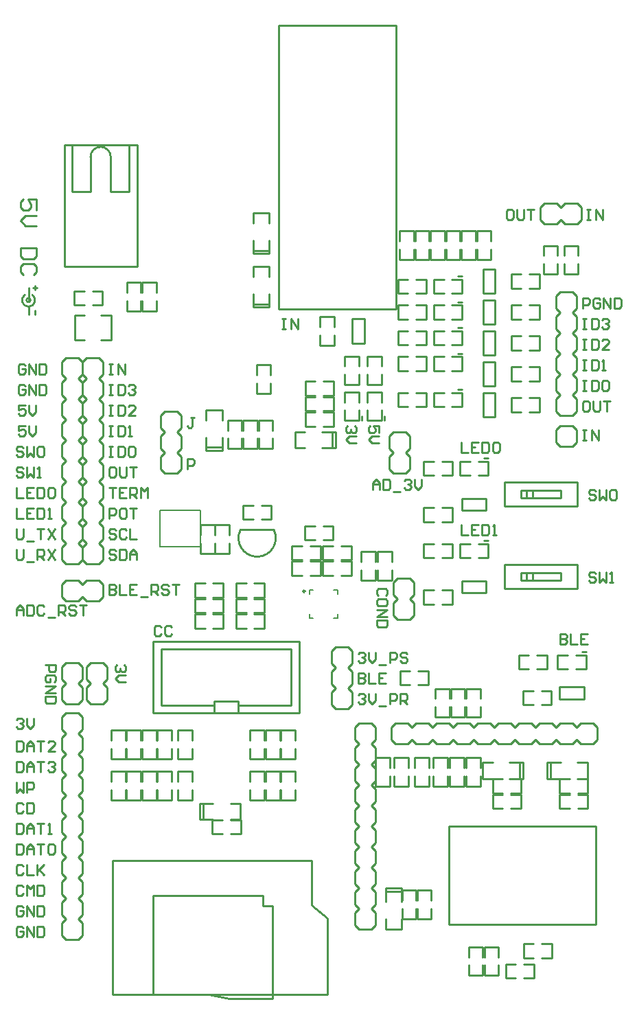
<source format=gto>
G04 Layer_Color=65535*
%FSLAX23Y23*%
%MOIN*%
G70*
G01*
G75*
%ADD39C,0.010*%
%ADD51C,0.010*%
%ADD52C,0.006*%
%ADD53C,0.008*%
D39*
X290Y4124D02*
G03*
X241Y4075I0J-49D01*
G01*
X339D02*
G03*
X290Y4124I-49J0D01*
G01*
X969Y2265D02*
G03*
X1131Y2265I81J-40D01*
G01*
X-50Y3380D02*
G03*
X-50Y3380I-10J0D01*
G01*
X-78Y3406D02*
G03*
X-42Y3406I18J-26D01*
G01*
X241Y3908D02*
Y4075D01*
X339Y3908D02*
Y4075D01*
X113Y3544D02*
Y4134D01*
Y3544D02*
X467D01*
Y4134D01*
X113D02*
X467D01*
X339Y3908D02*
X428D01*
Y4134D01*
X152Y3908D02*
Y4134D01*
Y3908D02*
X241D01*
X546Y1377D02*
X1254D01*
Y1723D01*
X546D02*
X1254D01*
X546Y1377D02*
Y1723D01*
X841Y1377D02*
Y1432D01*
X959D01*
Y1377D02*
Y1432D01*
X585Y1412D02*
X841D01*
X585D02*
Y1688D01*
X1215D01*
Y1412D02*
Y1688D01*
X959Y1412D02*
X1215D01*
X1156Y3336D02*
X1723D01*
Y4714D01*
X1156D02*
X1723D01*
X1156Y3336D02*
Y4714D01*
X680Y2560D02*
Y2620D01*
X580Y2560D02*
X600Y2540D01*
X580Y2560D02*
Y2620D01*
X600Y2640D01*
X660D02*
X680Y2620D01*
X660Y2540D02*
X680Y2560D01*
X600Y2540D02*
X660D01*
X680Y2660D02*
Y2720D01*
X580Y2660D02*
X600Y2640D01*
X580Y2660D02*
Y2720D01*
X600Y2740D01*
X660D02*
X680Y2720D01*
X660Y2640D02*
X680Y2660D01*
Y2760D02*
Y2820D01*
X580Y2760D02*
X600Y2740D01*
X580Y2760D02*
Y2820D01*
X600Y2840D01*
X660D01*
X680Y2820D01*
X660Y2740D02*
X680Y2760D01*
X1790Y2560D02*
Y2620D01*
X1690Y2560D02*
X1710Y2540D01*
X1690Y2560D02*
Y2620D01*
X1710Y2640D01*
X1770D02*
X1790Y2620D01*
X1770Y2540D02*
X1790Y2560D01*
X1710Y2540D02*
X1770D01*
X1790Y2660D02*
Y2720D01*
X1690Y2660D02*
X1710Y2640D01*
X1690Y2660D02*
Y2720D01*
X1710Y2740D01*
X1770D01*
X1790Y2720D01*
X1770Y2640D02*
X1790Y2660D01*
X320Y1440D02*
Y1500D01*
X220Y1440D02*
X240Y1420D01*
X220Y1440D02*
Y1500D01*
X240Y1520D01*
X300D02*
X320Y1500D01*
X300Y1420D02*
X320Y1440D01*
X240Y1420D02*
X300D01*
X320Y1540D02*
Y1600D01*
X220Y1540D02*
X240Y1520D01*
X220Y1540D02*
Y1600D01*
X240Y1620D01*
X300D01*
X320Y1600D01*
X300Y1520D02*
X320Y1540D01*
X100D02*
Y1600D01*
X180Y1620D02*
X200Y1600D01*
Y1540D02*
Y1600D01*
X180Y1520D02*
X200Y1540D01*
X100D02*
X120Y1520D01*
X100Y1600D02*
X120Y1620D01*
X180D01*
X100Y1440D02*
Y1500D01*
X180Y1520D02*
X200Y1500D01*
Y1440D02*
Y1500D01*
X180Y1420D02*
X200Y1440D01*
X120Y1420D02*
X180D01*
X100Y1440D02*
X120Y1420D01*
X100Y1500D02*
X120Y1520D01*
X1510Y1418D02*
Y1478D01*
X1410Y1418D02*
X1430Y1398D01*
X1410Y1418D02*
Y1478D01*
X1430Y1498D01*
X1490D02*
X1510Y1478D01*
X1490Y1398D02*
X1510Y1418D01*
X1430Y1398D02*
X1490D01*
X1510Y1518D02*
Y1578D01*
X1410Y1518D02*
X1430Y1498D01*
X1410Y1518D02*
Y1578D01*
X1430Y1598D01*
X1490D02*
X1510Y1578D01*
X1490Y1498D02*
X1510Y1518D01*
Y1618D02*
Y1678D01*
X1410Y1618D02*
X1430Y1598D01*
X1410Y1618D02*
Y1678D01*
X1430Y1698D01*
X1490D01*
X1510Y1678D01*
X1490Y1598D02*
X1510Y1618D01*
X180Y375D02*
X200Y395D01*
X180Y475D02*
X200Y455D01*
X100D02*
X120Y475D01*
X100Y395D02*
Y455D01*
Y395D02*
X120Y375D01*
X200Y395D02*
Y455D01*
X180Y475D02*
X200Y495D01*
X180Y575D02*
X200Y555D01*
X100D02*
X120Y575D01*
X100Y495D02*
Y555D01*
Y495D02*
X120Y475D01*
X200Y495D02*
Y555D01*
X180Y575D02*
X200Y595D01*
X180Y675D02*
X200Y655D01*
X100D02*
X120Y675D01*
X100Y595D02*
Y655D01*
Y595D02*
X120Y575D01*
X200Y595D02*
Y655D01*
X180Y675D02*
X200Y695D01*
X180Y775D02*
X200Y755D01*
X100D02*
X120Y775D01*
X100Y695D02*
Y755D01*
Y695D02*
X120Y675D01*
X200Y695D02*
Y755D01*
X180Y775D02*
X200Y795D01*
X180Y875D02*
X200Y855D01*
X100D02*
X120Y875D01*
X100Y795D02*
Y855D01*
Y795D02*
X120Y775D01*
X200Y795D02*
Y855D01*
X180Y875D02*
X200Y895D01*
X180Y975D02*
X200Y955D01*
X100D02*
X120Y975D01*
X100Y895D02*
Y955D01*
Y895D02*
X120Y875D01*
X200Y895D02*
Y955D01*
X180Y975D02*
X200Y995D01*
X180Y1075D02*
X200Y1055D01*
X100D02*
X120Y1075D01*
X100Y995D02*
Y1055D01*
Y995D02*
X120Y975D01*
X200Y995D02*
Y1055D01*
X180Y1075D02*
X200Y1095D01*
X180Y1175D02*
X200Y1155D01*
X100D02*
X120Y1175D01*
X100Y1095D02*
Y1155D01*
Y1095D02*
X120Y1075D01*
X200Y1095D02*
Y1155D01*
X180Y1175D02*
X200Y1195D01*
X180Y1275D02*
X200Y1255D01*
X100D02*
X120Y1275D01*
X100Y1195D02*
Y1255D01*
Y1195D02*
X120Y1175D01*
X200Y1195D02*
Y1255D01*
X180Y1275D02*
X200Y1295D01*
X180Y1375D02*
X200Y1355D01*
X120Y1375D02*
X180D01*
X100Y1355D02*
X120Y1375D01*
X100Y1295D02*
Y1355D01*
Y1295D02*
X120Y1275D01*
X200Y1295D02*
Y1355D01*
Y295D02*
Y355D01*
X100Y295D02*
X120Y275D01*
X100Y295D02*
Y355D01*
X120Y375D01*
X180D02*
X200Y355D01*
X180Y275D02*
X200Y295D01*
X120Y275D02*
X180D01*
X2521Y3421D02*
X2581D01*
X2501Y3401D02*
X2521Y3421D01*
X2501Y3341D02*
X2521Y3321D01*
X2581D02*
X2601Y3341D01*
Y3401D01*
X2581Y3421D02*
X2601Y3401D01*
X2501Y3341D02*
Y3401D01*
Y3301D02*
X2521Y3321D01*
X2501Y3241D02*
X2521Y3221D01*
X2581D02*
X2601Y3241D01*
Y3301D01*
X2581Y3321D02*
X2601Y3301D01*
X2501Y3241D02*
Y3301D01*
Y3201D02*
X2521Y3221D01*
X2501Y3141D02*
X2521Y3121D01*
X2581D02*
X2601Y3141D01*
Y3201D01*
X2581Y3221D02*
X2601Y3201D01*
X2501Y3141D02*
Y3201D01*
Y3101D02*
X2521Y3121D01*
X2501Y3041D02*
X2521Y3021D01*
X2581D02*
X2601Y3041D01*
Y3101D01*
X2581Y3121D02*
X2601Y3101D01*
X2501Y3041D02*
Y3101D01*
Y3001D02*
X2521Y3021D01*
X2501Y2941D02*
X2521Y2921D01*
X2581D02*
X2601Y2941D01*
Y3001D01*
X2581Y3021D02*
X2601Y3001D01*
X2501Y2941D02*
Y3001D01*
Y2901D02*
X2521Y2921D01*
X2501Y2841D02*
X2521Y2821D01*
X2581D01*
X2601Y2841D01*
Y2901D01*
X2581Y2921D02*
X2601Y2901D01*
X2501Y2841D02*
Y2901D01*
X100Y2120D02*
Y2180D01*
X180Y2200D02*
X200Y2180D01*
Y2120D02*
Y2180D01*
X180Y2100D02*
X200Y2120D01*
X120Y2100D02*
X180D01*
X100Y2120D02*
X120Y2100D01*
X100Y2180D02*
X120Y2200D01*
X100Y2220D02*
Y2280D01*
X180Y2300D02*
X200Y2280D01*
Y2220D02*
Y2280D01*
X180Y2200D02*
X200Y2220D01*
X100D02*
X120Y2200D01*
X100Y2280D02*
X120Y2300D01*
X100Y2320D02*
Y2380D01*
X180Y2400D02*
X200Y2380D01*
Y2320D02*
Y2380D01*
X180Y2300D02*
X200Y2320D01*
X100D02*
X120Y2300D01*
X100Y2380D02*
X120Y2400D01*
X100Y2420D02*
Y2480D01*
X180Y2500D02*
X200Y2480D01*
Y2420D02*
Y2480D01*
X180Y2400D02*
X200Y2420D01*
X100D02*
X120Y2400D01*
X100Y2480D02*
X120Y2500D01*
X100Y2520D02*
Y2580D01*
X180Y2600D02*
X200Y2580D01*
Y2520D02*
Y2580D01*
X180Y2500D02*
X200Y2520D01*
X100D02*
X120Y2500D01*
X100Y2580D02*
X120Y2600D01*
X100Y2620D02*
Y2680D01*
X180Y2700D02*
X200Y2680D01*
Y2620D02*
Y2680D01*
X180Y2600D02*
X200Y2620D01*
X100D02*
X120Y2600D01*
X100Y2680D02*
X120Y2700D01*
X100Y2720D02*
Y2780D01*
X180Y2800D02*
X200Y2780D01*
Y2720D02*
Y2780D01*
X180Y2700D02*
X200Y2720D01*
X100D02*
X120Y2700D01*
X100Y2780D02*
X120Y2800D01*
X100Y2820D02*
Y2880D01*
X180Y2900D02*
X200Y2880D01*
Y2820D02*
Y2880D01*
X180Y2800D02*
X200Y2820D01*
X100D02*
X120Y2800D01*
X100Y2880D02*
X120Y2900D01*
X100Y2920D02*
Y2980D01*
X180Y3000D02*
X200Y2980D01*
Y2920D02*
Y2980D01*
X180Y2900D02*
X200Y2920D01*
X100D02*
X120Y2900D01*
X100Y2980D02*
X120Y3000D01*
X100Y3020D02*
Y3080D01*
X180Y3100D02*
X200Y3080D01*
Y3020D02*
Y3080D01*
X180Y3000D02*
X200Y3020D01*
X100D02*
X120Y3000D01*
X100Y3080D02*
X120Y3100D01*
X180D01*
X200Y2120D02*
Y2180D01*
X280Y2200D02*
X300Y2180D01*
Y2120D02*
Y2180D01*
X280Y2100D02*
X300Y2120D01*
X220Y2100D02*
X280D01*
X200Y2120D02*
X220Y2100D01*
X200Y2180D02*
X220Y2200D01*
X200Y2220D02*
Y2280D01*
X280Y2300D02*
X300Y2280D01*
Y2220D02*
Y2280D01*
X280Y2200D02*
X300Y2220D01*
X200D02*
X220Y2200D01*
X200Y2280D02*
X220Y2300D01*
X200Y2320D02*
Y2380D01*
X280Y2400D02*
X300Y2380D01*
Y2320D02*
Y2380D01*
X280Y2300D02*
X300Y2320D01*
X200D02*
X220Y2300D01*
X200Y2380D02*
X220Y2400D01*
X200Y2420D02*
Y2480D01*
X280Y2500D02*
X300Y2480D01*
Y2420D02*
Y2480D01*
X280Y2400D02*
X300Y2420D01*
X200D02*
X220Y2400D01*
X200Y2480D02*
X220Y2500D01*
X200Y2520D02*
Y2580D01*
X280Y2600D02*
X300Y2580D01*
Y2520D02*
Y2580D01*
X280Y2500D02*
X300Y2520D01*
X200D02*
X220Y2500D01*
X200Y2580D02*
X220Y2600D01*
X200Y2620D02*
Y2680D01*
X280Y2700D02*
X300Y2680D01*
Y2620D02*
Y2680D01*
X280Y2600D02*
X300Y2620D01*
X200D02*
X220Y2600D01*
X200Y2680D02*
X220Y2700D01*
X200Y2720D02*
Y2780D01*
X280Y2800D02*
X300Y2780D01*
Y2720D02*
Y2780D01*
X280Y2700D02*
X300Y2720D01*
X200D02*
X220Y2700D01*
X200Y2780D02*
X220Y2800D01*
X200Y2820D02*
Y2880D01*
X280Y2900D02*
X300Y2880D01*
Y2820D02*
Y2880D01*
X280Y2800D02*
X300Y2820D01*
X200D02*
X220Y2800D01*
X200Y2880D02*
X220Y2900D01*
X200Y2920D02*
Y2980D01*
X280Y3000D02*
X300Y2980D01*
Y2920D02*
Y2980D01*
X280Y2900D02*
X300Y2920D01*
X200D02*
X220Y2900D01*
X200Y2980D02*
X220Y3000D01*
X200Y3020D02*
Y3080D01*
X280Y3100D02*
X300Y3080D01*
Y3020D02*
Y3080D01*
X280Y3000D02*
X300Y3020D01*
X200D02*
X220Y3000D01*
X200Y3080D02*
X220Y3100D01*
X280D01*
X1625Y1245D02*
Y1305D01*
X1525Y1245D02*
X1545Y1225D01*
X1525Y1245D02*
Y1305D01*
X1545Y1325D01*
X1605D01*
X1625Y1305D01*
X1605Y1225D02*
X1625Y1245D01*
Y1145D02*
Y1205D01*
X1525Y1145D02*
X1545Y1125D01*
X1525Y1145D02*
Y1205D01*
X1545Y1225D01*
X1605D02*
X1625Y1205D01*
X1605Y1125D02*
X1625Y1145D01*
Y1045D02*
Y1105D01*
X1525Y1045D02*
X1545Y1025D01*
X1525Y1045D02*
Y1105D01*
X1545Y1125D01*
X1605D02*
X1625Y1105D01*
X1605Y1025D02*
X1625Y1045D01*
Y945D02*
Y1005D01*
X1525Y945D02*
X1545Y925D01*
X1525Y945D02*
Y1005D01*
X1545Y1025D01*
X1605D02*
X1625Y1005D01*
X1605Y925D02*
X1625Y945D01*
Y845D02*
Y905D01*
X1525Y845D02*
X1545Y825D01*
X1525Y845D02*
Y905D01*
X1545Y925D01*
X1605D02*
X1625Y905D01*
X1605Y825D02*
X1625Y845D01*
Y745D02*
Y805D01*
X1525Y745D02*
X1545Y725D01*
X1525Y745D02*
Y805D01*
X1545Y825D01*
X1605D02*
X1625Y805D01*
X1605Y725D02*
X1625Y745D01*
Y645D02*
Y705D01*
X1525Y645D02*
X1545Y625D01*
X1525Y645D02*
Y705D01*
X1545Y725D01*
X1605D02*
X1625Y705D01*
X1605Y625D02*
X1625Y645D01*
Y545D02*
Y605D01*
X1525Y545D02*
X1545Y525D01*
X1525Y545D02*
Y605D01*
X1545Y625D01*
X1605D02*
X1625Y605D01*
X1605Y525D02*
X1625Y545D01*
Y445D02*
Y505D01*
X1525Y445D02*
X1545Y425D01*
X1525Y445D02*
Y505D01*
X1545Y525D01*
X1605D02*
X1625Y505D01*
X1605Y425D02*
X1625Y445D01*
Y345D02*
Y405D01*
X1525Y345D02*
X1545Y325D01*
X1525Y345D02*
Y405D01*
X1545Y425D01*
X1605D02*
X1625Y405D01*
X1605Y325D02*
X1625Y345D01*
X1545Y325D02*
X1605D01*
X2620Y1225D02*
X2680D01*
X2600Y1305D02*
X2620Y1325D01*
X2680D01*
X2700Y1305D01*
Y1245D02*
Y1305D01*
X2680Y1225D02*
X2700Y1245D01*
X2600D02*
X2620Y1225D01*
X2520D02*
X2580D01*
X2500Y1305D02*
X2520Y1325D01*
X2580D01*
X2600Y1305D01*
X2580Y1225D02*
X2600Y1245D01*
X2500D02*
X2520Y1225D01*
X2420D02*
X2480D01*
X2400Y1305D02*
X2420Y1325D01*
X2480D01*
X2500Y1305D01*
X2480Y1225D02*
X2500Y1245D01*
X2400D02*
X2420Y1225D01*
X2320D02*
X2380D01*
X2300Y1305D02*
X2320Y1325D01*
X2380D01*
X2400Y1305D01*
X2380Y1225D02*
X2400Y1245D01*
X2300D02*
X2320Y1225D01*
X2220D02*
X2280D01*
X2200Y1305D02*
X2220Y1325D01*
X2280D01*
X2300Y1305D01*
X2280Y1225D02*
X2300Y1245D01*
X2200D02*
X2220Y1225D01*
X2120D02*
X2180D01*
X2100Y1305D02*
X2120Y1325D01*
X2180D01*
X2200Y1305D01*
X2180Y1225D02*
X2200Y1245D01*
X2100D02*
X2120Y1225D01*
X2020D02*
X2080D01*
X2000Y1305D02*
X2020Y1325D01*
X2080D01*
X2100Y1305D01*
X2080Y1225D02*
X2100Y1245D01*
X2000D02*
X2020Y1225D01*
X1920D02*
X1980D01*
X1900Y1305D02*
X1920Y1325D01*
X1980D01*
X2000Y1305D01*
X1980Y1225D02*
X2000Y1245D01*
X1900D02*
X1920Y1225D01*
X1820D02*
X1880D01*
X1800Y1305D02*
X1820Y1325D01*
X1880D01*
X1900Y1305D01*
X1880Y1225D02*
X1900Y1245D01*
X1800D02*
X1820Y1225D01*
X1720D02*
X1780D01*
X1700Y1305D02*
X1720Y1325D01*
X1780D01*
X1800Y1305D01*
X1780Y1225D02*
X1800Y1245D01*
X1700D02*
X1720Y1225D01*
X1700Y1245D02*
Y1305D01*
X2521Y2771D02*
X2581D01*
X2501Y2751D02*
X2521Y2771D01*
X2501Y2691D02*
X2521Y2671D01*
X2581D01*
X2601Y2691D01*
Y2751D01*
X2581Y2771D02*
X2601Y2751D01*
X2501Y2691D02*
Y2751D01*
X347Y11D02*
Y661D01*
Y11D02*
X1391D01*
Y379D01*
X1316Y444D02*
X1391Y379D01*
X1316Y444D02*
Y661D01*
X347D02*
X1316D01*
X970Y2265D02*
X1130D01*
X981Y2316D02*
X1030D01*
X981D02*
Y2384D01*
X1030D01*
X1119Y2316D02*
Y2384D01*
X1070Y2316D02*
X1119D01*
X1070Y2384D02*
X1119D01*
X772Y938D02*
X836D01*
X787Y859D02*
Y938D01*
X772Y859D02*
X836D01*
X772D02*
Y938D01*
X920Y938D02*
X969D01*
Y859D02*
Y938D01*
X920Y859D02*
X969D01*
X920Y858D02*
X970D01*
Y789D02*
Y858D01*
X920Y789D02*
X970D01*
X832D02*
Y858D01*
X881D01*
X832Y789D02*
X881D01*
X410Y1154D02*
Y1204D01*
X341Y1154D02*
X410D01*
X341D02*
Y1204D01*
Y1292D02*
X410D01*
Y1243D02*
Y1292D01*
X341Y1243D02*
Y1292D01*
X485Y1154D02*
Y1204D01*
X416Y1154D02*
X485D01*
X416D02*
Y1204D01*
Y1292D02*
X485D01*
Y1243D02*
Y1292D01*
X416Y1243D02*
Y1292D01*
X560Y1154D02*
Y1204D01*
X491Y1154D02*
X560D01*
X491D02*
Y1204D01*
Y1292D02*
X560D01*
Y1243D02*
Y1292D01*
X491Y1243D02*
Y1292D01*
X635Y1154D02*
Y1204D01*
X566Y1154D02*
X635D01*
X566D02*
Y1204D01*
Y1292D02*
X635D01*
Y1243D02*
Y1292D01*
X566Y1243D02*
Y1292D01*
X735Y1154D02*
Y1204D01*
X666Y1154D02*
X735D01*
X666D02*
Y1204D01*
Y1292D02*
X735D01*
Y1243D02*
Y1292D01*
X666Y1243D02*
Y1292D01*
X1085Y1154D02*
Y1204D01*
X1016Y1154D02*
X1085D01*
X1016D02*
Y1204D01*
Y1292D02*
X1085D01*
Y1243D02*
Y1292D01*
X1016Y1243D02*
Y1292D01*
X1160Y1154D02*
Y1204D01*
X1091Y1154D02*
X1160D01*
X1091D02*
Y1204D01*
Y1292D02*
X1160D01*
Y1243D02*
Y1292D01*
X1091Y1243D02*
Y1292D01*
X1235Y1154D02*
Y1204D01*
X1166Y1154D02*
X1235D01*
X1166D02*
Y1204D01*
Y1292D02*
X1235D01*
Y1243D02*
Y1292D01*
X1166Y1243D02*
Y1292D01*
Y1043D02*
Y1092D01*
X1235D01*
Y1043D02*
Y1092D01*
X1166Y954D02*
X1235D01*
X1166D02*
Y1004D01*
X1235Y954D02*
Y1004D01*
X1091Y1043D02*
Y1092D01*
X1160D01*
Y1043D02*
Y1092D01*
X1091Y954D02*
X1160D01*
X1091D02*
Y1004D01*
X1160Y954D02*
Y1004D01*
X1016Y1043D02*
Y1092D01*
X1085D01*
Y1043D02*
Y1092D01*
X1016Y954D02*
X1085D01*
X1016D02*
Y1004D01*
X1085Y954D02*
Y1004D01*
X666Y1043D02*
Y1092D01*
X735D01*
Y1043D02*
Y1092D01*
X666Y954D02*
X735D01*
X666D02*
Y1004D01*
X735Y954D02*
Y1004D01*
X566Y1043D02*
Y1092D01*
X635D01*
Y1043D02*
Y1092D01*
X566Y954D02*
X635D01*
X566D02*
Y1004D01*
X635Y954D02*
Y1004D01*
X491Y1043D02*
Y1092D01*
X560D01*
Y1043D02*
Y1092D01*
X491Y954D02*
X560D01*
X491D02*
Y1004D01*
X560Y954D02*
Y1004D01*
X416Y1043D02*
Y1092D01*
X485D01*
Y1043D02*
Y1092D01*
X416Y954D02*
X485D01*
X416D02*
Y1004D01*
X485Y954D02*
Y1004D01*
X341Y1043D02*
Y1092D01*
X410D01*
Y1043D02*
Y1092D01*
X341Y954D02*
X410D01*
X341D02*
Y1004D01*
X410Y954D02*
Y1004D01*
X291Y3306D02*
X340D01*
Y3187D02*
Y3306D01*
X291Y3187D02*
X340D01*
X163Y3306D02*
X212D01*
X163Y3187D02*
Y3306D01*
Y3187D02*
X212D01*
X1366Y2662D02*
X1430D01*
X1415D02*
Y2741D01*
X1366D02*
X1430D01*
Y2662D02*
Y2741D01*
X1233Y2662D02*
X1282D01*
X1233D02*
Y2741D01*
Y2741D02*
X1282D01*
X1283Y2767D02*
X1332D01*
X1283D02*
Y2836D01*
X1332D01*
X1420Y2767D02*
Y2836D01*
X1371Y2767D02*
X1420D01*
X1371Y2836D02*
X1420D01*
X1283Y2842D02*
X1332D01*
X1283D02*
Y2911D01*
X1332D01*
X1420Y2842D02*
Y2911D01*
X1371Y2842D02*
X1420D01*
X1371Y2911D02*
X1420D01*
X1283Y2917D02*
X1332D01*
X1283D02*
Y2986D01*
X1332D01*
X1420Y2917D02*
Y2986D01*
X1371Y2917D02*
X1420D01*
X1371Y2986D02*
X1420D01*
X802Y2650D02*
Y2714D01*
Y2665D02*
X881D01*
Y2650D02*
Y2714D01*
X802Y2650D02*
X881D01*
X802Y2798D02*
Y2847D01*
X881D01*
X881Y2798D02*
Y2847D01*
X907Y2748D02*
Y2797D01*
X976D01*
Y2748D02*
Y2797D01*
X907Y2660D02*
X976D01*
X907D02*
Y2709D01*
X976Y2660D02*
Y2709D01*
X982Y2748D02*
Y2797D01*
X1051D01*
Y2748D02*
Y2797D01*
X982Y2660D02*
X1051D01*
X982D02*
Y2709D01*
X1051Y2660D02*
Y2709D01*
X1057Y2748D02*
Y2797D01*
X1126D01*
Y2748D02*
Y2797D01*
X1057Y2660D02*
X1126D01*
X1057D02*
Y2709D01*
X1126Y2660D02*
Y2709D01*
X486Y3328D02*
Y3377D01*
X417Y3328D02*
X486D01*
X417D02*
Y3377D01*
Y3465D02*
X486D01*
Y3416D02*
Y3465D01*
X417Y3416D02*
Y3465D01*
X1031Y3607D02*
Y3671D01*
Y3621D02*
X1109D01*
Y3607D02*
Y3671D01*
X1031Y3607D02*
X1109D01*
X1031Y3754D02*
Y3804D01*
X1109D01*
X1109Y3754D02*
Y3804D01*
X1031Y3347D02*
Y3411D01*
Y3361D02*
X1109D01*
Y3347D02*
Y3411D01*
X1031Y3347D02*
X1109D01*
X1031Y3494D02*
Y3544D01*
X1109D01*
X1109Y3494D02*
Y3544D01*
X492Y3416D02*
Y3465D01*
X561D01*
Y3416D02*
Y3465D01*
X492Y3328D02*
X561D01*
X492D02*
Y3377D01*
X561Y3328D02*
Y3377D01*
X1544Y2970D02*
Y3020D01*
X1476Y2970D02*
X1544D01*
X1476D02*
Y3020D01*
Y3108D02*
X1544D01*
Y3059D02*
Y3108D01*
X1476Y3059D02*
Y3108D01*
X1654Y2970D02*
Y3020D01*
X1586Y2970D02*
X1654D01*
X1586D02*
Y3020D01*
Y3108D02*
X1654D01*
Y3059D02*
Y3108D01*
X1586Y3059D02*
Y3108D01*
X1116Y2928D02*
Y2977D01*
X1047Y2928D02*
X1116D01*
X1047D02*
Y2977D01*
Y3065D02*
X1116D01*
Y3016D02*
Y3065D01*
X1047Y3016D02*
Y3065D01*
X1476Y2884D02*
Y2933D01*
X1544D01*
Y2884D02*
Y2933D01*
X1476Y2795D02*
X1544D01*
X1476D02*
Y2845D01*
X1544Y2795D02*
Y2845D01*
X1559Y2795D02*
Y2815D01*
X1586Y2884D02*
Y2933D01*
X1654D01*
Y2884D02*
Y2933D01*
X1586Y2795D02*
X1654D01*
X1586D02*
Y2845D01*
X1654Y2795D02*
Y2845D01*
X1669Y2795D02*
Y2815D01*
X1356Y3250D02*
Y3299D01*
X1424D01*
Y3250D02*
Y3299D01*
X1356Y3161D02*
X1424D01*
X1356D02*
Y3210D01*
X1424Y3161D02*
Y3210D01*
X1510Y3289D02*
X1570D01*
X1510Y3171D02*
Y3289D01*
Y3171D02*
X1570D01*
Y3289D01*
X1811Y3578D02*
Y3627D01*
X1742Y3578D02*
X1811D01*
X1742D02*
Y3627D01*
Y3715D02*
X1811D01*
Y3666D02*
Y3715D01*
X1742Y3666D02*
Y3715D01*
X2186Y3578D02*
Y3627D01*
X2117Y3578D02*
X2186D01*
X2117D02*
Y3627D01*
Y3715D02*
X2186D01*
Y3666D02*
Y3715D01*
X2117Y3666D02*
Y3715D01*
X2111Y3578D02*
Y3627D01*
X2042Y3578D02*
X2111D01*
X2042D02*
Y3627D01*
Y3715D02*
X2111D01*
Y3666D02*
Y3715D01*
X2042Y3666D02*
Y3715D01*
X2036Y3578D02*
Y3627D01*
X1967Y3578D02*
X2036D01*
X1967D02*
Y3627D01*
Y3715D02*
X2036D01*
Y3666D02*
Y3715D01*
X1967Y3666D02*
Y3715D01*
X1821Y3481D02*
X1870D01*
Y3412D02*
Y3481D01*
X1821Y3412D02*
X1870D01*
X1733D02*
Y3481D01*
X1782D01*
X1733Y3412D02*
X1782D01*
X1821Y3356D02*
X1870D01*
Y3287D02*
Y3356D01*
X1821Y3287D02*
X1870D01*
X1733D02*
Y3356D01*
X1782D01*
X1733Y3287D02*
X1782D01*
X1821Y3231D02*
X1870D01*
Y3162D02*
Y3231D01*
X1821Y3162D02*
X1870D01*
X1733D02*
Y3231D01*
X1782D01*
X1733Y3162D02*
X1782D01*
X1821Y3106D02*
X1870D01*
Y3037D02*
Y3106D01*
X1821Y3037D02*
X1870D01*
X1733D02*
Y3106D01*
X1782D01*
X1733Y3037D02*
X1782D01*
X1821Y2931D02*
X1870D01*
Y2862D02*
Y2931D01*
X1821Y2862D02*
X1870D01*
X1733D02*
Y2931D01*
X1782D01*
X1733Y2862D02*
X1782D01*
X1961Y3578D02*
Y3627D01*
X1892Y3578D02*
X1961D01*
X1892D02*
Y3627D01*
Y3715D02*
X1961D01*
Y3666D02*
Y3715D01*
X1892Y3666D02*
Y3715D01*
X1886Y3578D02*
Y3627D01*
X1817Y3578D02*
X1886D01*
X1817D02*
Y3627D01*
Y3715D02*
X1886D01*
Y3666D02*
Y3715D01*
X1817Y3666D02*
Y3715D01*
X1908Y3412D02*
X1957D01*
X1908D02*
Y3481D01*
X1957D01*
X2045Y3412D02*
Y3481D01*
X1996Y3412D02*
X2045D01*
X1996Y3481D02*
X2045D01*
X2026Y3496D02*
X2045D01*
X1908Y3287D02*
X1957D01*
X1908D02*
Y3356D01*
X1957D01*
X2045Y3287D02*
Y3356D01*
X1996Y3287D02*
X2045D01*
X1996Y3356D02*
X2045D01*
X2026Y3371D02*
X2045D01*
X1908Y3162D02*
X1957D01*
X1908D02*
Y3231D01*
X1957D01*
X2045Y3162D02*
Y3231D01*
X1996Y3162D02*
X2045D01*
X1996Y3231D02*
X2045D01*
X2026Y3246D02*
X2045D01*
X1908Y3037D02*
X1957D01*
X1908D02*
Y3106D01*
X1957D01*
X2045Y3037D02*
Y3106D01*
X1996Y3037D02*
X2045D01*
X1996Y3106D02*
X2045D01*
X2026Y3121D02*
X2045D01*
X1908Y2862D02*
X1957D01*
X1908D02*
Y2931D01*
X1957D01*
X2045Y2862D02*
Y2931D01*
X1996Y2862D02*
X2045D01*
X1996Y2931D02*
X2045D01*
X2026Y2946D02*
X2045D01*
X2283Y3437D02*
X2332D01*
X2283D02*
Y3506D01*
X2332D01*
X2420Y3437D02*
Y3506D01*
X2371Y3437D02*
X2420D01*
X2371Y3506D02*
X2420D01*
X2283Y3287D02*
X2332D01*
X2283D02*
Y3356D01*
X2332D01*
X2420Y3287D02*
Y3356D01*
X2371Y3287D02*
X2420D01*
X2371Y3356D02*
X2420D01*
X2283Y3137D02*
X2332D01*
X2283D02*
Y3206D01*
X2332D01*
X2420Y3137D02*
Y3206D01*
X2371Y3137D02*
X2420D01*
X2371Y3206D02*
X2420D01*
X2283Y2987D02*
X2332D01*
X2283D02*
Y3056D01*
X2332D01*
X2420Y2987D02*
Y3056D01*
X2371Y2987D02*
X2420D01*
X2371Y3056D02*
X2420D01*
X2283Y2837D02*
X2332D01*
X2283D02*
Y2906D01*
X2332D01*
X2420Y2837D02*
Y2906D01*
X2371Y2837D02*
X2420D01*
X2371Y2906D02*
X2420D01*
X2147Y3412D02*
X2206D01*
Y3531D01*
X2147D02*
X2206D01*
X2147Y3412D02*
Y3531D01*
Y3262D02*
X2206D01*
Y3381D01*
X2147D02*
X2206D01*
X2147Y3262D02*
Y3381D01*
Y3112D02*
X2206D01*
Y3231D01*
X2147D02*
X2206D01*
X2147Y3112D02*
Y3231D01*
Y2962D02*
X2206D01*
Y3081D01*
X2147D02*
X2206D01*
X2147Y2962D02*
Y3081D01*
Y2812D02*
X2206D01*
Y2931D01*
X2147D02*
X2206D01*
X2147Y2812D02*
Y2931D01*
X2541Y3595D02*
Y3644D01*
X2609D01*
Y3595D02*
Y3644D01*
X2541Y3506D02*
X2609D01*
X2541D02*
Y3555D01*
X2609Y3506D02*
Y3555D01*
X2441Y3595D02*
Y3644D01*
X2509D01*
Y3595D02*
Y3644D01*
X2441Y3506D02*
X2509D01*
X2441D02*
Y3555D01*
X2509Y3506D02*
Y3555D01*
X2359Y2419D02*
Y2458D01*
X2389D01*
Y2419D02*
Y2458D01*
X2526Y2419D02*
Y2458D01*
X2330D02*
X2526D01*
X2330Y2419D02*
Y2458D01*
Y2419D02*
X2526D01*
X2605Y2379D02*
Y2497D01*
X2251D02*
X2605D01*
X2251Y2379D02*
Y2497D01*
Y2379D02*
X2605D01*
X1948Y2198D02*
X1997D01*
Y2129D02*
Y2198D01*
X1948Y2129D02*
X1997D01*
X1859D02*
Y2198D01*
X1908D01*
X1859Y2129D02*
X1908D01*
X1948Y2598D02*
X1997D01*
Y2529D02*
Y2598D01*
X1948Y2529D02*
X1997D01*
X1859D02*
Y2598D01*
X1908D01*
X1859Y2529D02*
X1908D01*
X2034Y2129D02*
X2083D01*
X2034D02*
Y2198D01*
X2083D01*
X2172Y2129D02*
Y2198D01*
X2123Y2129D02*
X2172D01*
X2123Y2198D02*
X2172D01*
X2152Y2212D02*
X2172D01*
X2034Y2529D02*
X2083D01*
X2034D02*
Y2598D01*
X2083D01*
X2172Y2529D02*
Y2598D01*
X2123Y2529D02*
X2172D01*
X2123Y2598D02*
X2172D01*
X2152Y2612D02*
X2172D01*
X1948Y1973D02*
X1997D01*
Y1904D02*
Y1973D01*
X1948Y1904D02*
X1997D01*
X1859D02*
Y1973D01*
X1908D01*
X1859Y1904D02*
X1908D01*
X1948Y2373D02*
X1997D01*
Y2304D02*
Y2373D01*
X1948Y2304D02*
X1997D01*
X1859D02*
Y2373D01*
X1908D01*
X1859Y2304D02*
X1908D01*
X2044Y1959D02*
Y2018D01*
Y1959D02*
X2162D01*
Y2018D01*
X2044D02*
X2162D01*
X2044Y2359D02*
Y2418D01*
Y2359D02*
X2162D01*
Y2418D01*
X2044D02*
X2162D01*
X2359Y2019D02*
Y2058D01*
X2389D01*
Y2019D02*
Y2058D01*
X2526Y2019D02*
Y2058D01*
X2330D02*
X2526D01*
X2330Y2019D02*
Y2058D01*
Y2019D02*
X2526D01*
X2605Y1979D02*
Y2097D01*
X2251D02*
X2605D01*
X2251Y1979D02*
Y2097D01*
Y1979D02*
X2605D01*
X1832Y1581D02*
X1881D01*
X1832Y1512D02*
X1881D01*
Y1581D01*
X1743D02*
X1792D01*
X1743Y1512D02*
Y1581D01*
Y1512D02*
X1792D01*
X2066Y1445D02*
Y1494D01*
X2134D01*
Y1445D02*
Y1494D01*
X2066Y1356D02*
X2134D01*
X2066D02*
Y1405D01*
X2134Y1356D02*
Y1405D01*
X2408Y1658D02*
X2457D01*
Y1589D02*
Y1658D01*
X2408Y1589D02*
X2457D01*
X2320D02*
Y1658D01*
X2369D01*
X2320Y1589D02*
X2369D01*
X1984Y1356D02*
Y1405D01*
X1916Y1356D02*
X1984D01*
X1916D02*
Y1405D01*
Y1494D02*
X1984D01*
Y1445D02*
Y1494D01*
X1916Y1445D02*
Y1494D01*
X1991Y1445D02*
Y1494D01*
X2059D01*
Y1445D02*
Y1494D01*
X1991Y1356D02*
X2059D01*
X1991D02*
Y1405D01*
X2059Y1356D02*
Y1405D01*
X2276Y1057D02*
X2340D01*
X2326D02*
Y1136D01*
X2276D02*
X2340D01*
Y1057D02*
Y1136D01*
X2144Y1057D02*
X2193D01*
X2144D02*
Y1136D01*
Y1136D02*
X2193D01*
X1751Y461D02*
Y525D01*
X1673Y510D02*
X1751D01*
X1673Y461D02*
Y525D01*
X1751D01*
X1751Y328D02*
Y377D01*
X1673Y328D02*
X1751D01*
X1673D02*
Y377D01*
X2459Y1136D02*
X2523D01*
X2473Y1057D02*
Y1136D01*
X2459Y1057D02*
X2523D01*
X2459D02*
Y1136D01*
X2606Y1136D02*
X2656D01*
Y1057D02*
Y1136D01*
X2606Y1057D02*
X2656D01*
X2193Y987D02*
X2242D01*
X2193D02*
Y1056D01*
X2242D01*
X2331Y987D02*
Y1056D01*
X2282Y987D02*
X2331D01*
X2282Y1056D02*
X2331D01*
X2193Y912D02*
X2242D01*
X2193D02*
Y981D01*
X2242D01*
X2331Y912D02*
Y981D01*
X2282Y912D02*
X2331D01*
X2282Y981D02*
X2331D01*
X1821Y378D02*
Y427D01*
X1753Y378D02*
X1821D01*
X1753D02*
Y427D01*
Y515D02*
X1821D01*
Y466D02*
Y515D01*
X1753Y466D02*
Y515D01*
X1896Y378D02*
Y427D01*
X1828Y378D02*
X1896D01*
X1828D02*
Y427D01*
Y515D02*
X1896D01*
Y466D02*
Y515D01*
X1828Y466D02*
Y515D01*
X2607Y981D02*
X2656D01*
Y912D02*
Y981D01*
X2607Y912D02*
X2656D01*
X2518D02*
Y981D01*
X2567D01*
X2518Y912D02*
X2567D01*
X2607Y1056D02*
X2656D01*
Y987D02*
Y1056D01*
X2607Y987D02*
X2656D01*
X2518D02*
Y1056D01*
X2567D01*
X2518Y987D02*
X2567D01*
X2509Y1589D02*
X2558D01*
X2509D02*
Y1658D01*
X2558D01*
X2647Y1589D02*
Y1658D01*
X2598Y1589D02*
X2647D01*
X2598Y1658D02*
X2647D01*
X2627Y1673D02*
X2647D01*
X2430Y1484D02*
X2479D01*
Y1416D02*
Y1484D01*
X2430Y1416D02*
X2479D01*
X2341D02*
Y1484D01*
X2390D01*
X2341Y1416D02*
X2390D01*
X2519Y1444D02*
Y1503D01*
Y1444D02*
X2637D01*
Y1503D01*
X2519D02*
X2637D01*
X2343Y187D02*
X2392D01*
X2343D02*
Y256D01*
X2392D01*
X2481Y187D02*
Y256D01*
X2432Y187D02*
X2481D01*
X2432Y256D02*
X2481D01*
X2257Y89D02*
X2306D01*
X2257D02*
Y158D01*
X2306D01*
X2395Y89D02*
Y158D01*
X2345Y89D02*
X2395D01*
X2345Y158D02*
X2395D01*
X2221Y103D02*
Y152D01*
X2153Y103D02*
X2221D01*
X2153D02*
Y152D01*
Y240D02*
X2221D01*
Y191D02*
Y240D01*
X2153Y191D02*
Y240D01*
X2146Y103D02*
Y152D01*
X2078Y103D02*
X2146D01*
X2078D02*
Y152D01*
Y240D02*
X2146D01*
Y191D02*
Y240D01*
X2078Y191D02*
Y240D01*
X1370Y2284D02*
X1419D01*
Y2216D02*
Y2284D01*
X1370Y2216D02*
X1419D01*
X1281D02*
Y2284D01*
X1330D01*
X1281Y2216D02*
X1330D01*
X1458Y2188D02*
X1507D01*
Y2119D02*
Y2188D01*
X1458Y2119D02*
X1507D01*
X1369D02*
Y2188D01*
X1419D01*
X1369Y2119D02*
X1419D01*
X1458Y2113D02*
X1507D01*
Y2044D02*
Y2113D01*
X1458Y2044D02*
X1507D01*
X1369D02*
Y2113D01*
X1419D01*
X1369Y2044D02*
X1419D01*
X1308Y2113D02*
X1357D01*
Y2044D02*
Y2113D01*
X1308Y2044D02*
X1357D01*
X1219D02*
Y2113D01*
X1269D01*
X1219Y2044D02*
X1269D01*
X1308Y2188D02*
X1357D01*
Y2119D02*
Y2188D01*
X1308Y2119D02*
X1357D01*
X1219D02*
Y2188D01*
X1269D01*
X1219Y2119D02*
X1269D01*
X948Y1787D02*
X997D01*
X948D02*
Y1856D01*
X997D01*
X1085Y1787D02*
Y1856D01*
X1036Y1787D02*
X1085D01*
X1036Y1856D02*
X1085D01*
X948Y1862D02*
X997D01*
X948D02*
Y1931D01*
X997D01*
X1085Y1862D02*
Y1931D01*
X1036Y1862D02*
X1085D01*
X1036Y1931D02*
X1085D01*
X748Y1787D02*
X797D01*
X748D02*
Y1856D01*
X797D01*
X885Y1787D02*
Y1856D01*
X836Y1787D02*
X885D01*
X836Y1856D02*
X885D01*
X748Y1862D02*
X797D01*
X748D02*
Y1931D01*
X797D01*
X885Y1862D02*
Y1931D01*
X836Y1862D02*
X885D01*
X836Y1931D02*
X885D01*
X948Y1937D02*
X997D01*
X948D02*
Y2006D01*
X997D01*
X1085Y1937D02*
Y2006D01*
X1036Y1937D02*
X1085D01*
X1036Y2006D02*
X1085D01*
X748Y1937D02*
X797D01*
X748D02*
Y2006D01*
X797D01*
X885Y1937D02*
Y2006D01*
X836Y1937D02*
X885D01*
X836Y2006D02*
X885D01*
X1710Y1910D02*
X1730Y1930D01*
X1710Y1850D02*
X1730Y1830D01*
X1790D01*
X1810Y1850D01*
Y1910D01*
X1790Y1930D02*
X1810Y1910D01*
X1710Y1850D02*
Y1910D01*
X1730Y2030D02*
X1790D01*
X1710Y2010D02*
X1730Y2030D01*
X1710Y1950D02*
X1730Y1930D01*
X1790D02*
X1810Y1950D01*
Y2010D01*
X1790Y2030D02*
X1810Y2010D01*
X1710Y1950D02*
Y2010D01*
X180Y2020D02*
X200Y2000D01*
X100D02*
X120Y2020D01*
X100Y1940D02*
Y2000D01*
Y1940D02*
X120Y1920D01*
X180D01*
X200Y1940D01*
X120Y2020D02*
X180D01*
X300Y1940D02*
Y2000D01*
X280Y2020D02*
X300Y2000D01*
X200D02*
X220Y2020D01*
X200Y1940D02*
X220Y1920D01*
X280D01*
X300Y1940D01*
X220Y2020D02*
X280D01*
X2525Y3770D02*
X2545Y3750D01*
X2605D02*
X2625Y3770D01*
Y3830D01*
X2605Y3850D02*
X2625Y3830D01*
X2545Y3850D02*
X2605D01*
X2525Y3830D02*
X2545Y3850D01*
Y3750D02*
X2605D01*
X2425Y3770D02*
Y3830D01*
Y3770D02*
X2445Y3750D01*
X2505D02*
X2525Y3770D01*
X2505Y3850D02*
X2525Y3830D01*
X2445Y3850D02*
X2505D01*
X2425Y3830D02*
X2445Y3850D01*
Y3750D02*
X2505D01*
X1980Y825D02*
X2693D01*
X1980Y350D02*
Y825D01*
Y350D02*
X2693D01*
Y825D01*
X1636Y2110D02*
Y2159D01*
X1704Y2110D02*
Y2159D01*
X1636D02*
X1704D01*
X1636Y2021D02*
Y2070D01*
Y2021D02*
X1704D01*
Y2070D01*
X1556Y2110D02*
Y2159D01*
X1624Y2110D02*
Y2159D01*
X1556D02*
X1624D01*
X1556Y2021D02*
Y2070D01*
Y2021D02*
X1624D01*
Y2070D01*
X1694Y1021D02*
Y1070D01*
X1626Y1021D02*
Y1070D01*
Y1021D02*
X1694D01*
Y1110D02*
Y1159D01*
X1626D02*
X1694D01*
X1626Y1110D02*
Y1159D01*
X1784Y1021D02*
Y1070D01*
X1716Y1021D02*
Y1070D01*
Y1021D02*
X1784D01*
Y1110D02*
Y1159D01*
X1716D02*
X1784D01*
X1716Y1110D02*
Y1159D01*
X1884Y1021D02*
Y1070D01*
X1816Y1021D02*
Y1070D01*
Y1021D02*
X1884D01*
Y1110D02*
Y1159D01*
X1816D02*
X1884D01*
X1816Y1110D02*
Y1159D01*
X1974Y1021D02*
Y1070D01*
X1906Y1021D02*
Y1070D01*
Y1021D02*
X1974D01*
Y1110D02*
Y1159D01*
X1906D02*
X1974D01*
X1906Y1110D02*
Y1159D01*
X2054Y1021D02*
Y1070D01*
X1986Y1021D02*
Y1070D01*
Y1021D02*
X2054D01*
Y1110D02*
Y1159D01*
X1986D02*
X2054D01*
X1986Y1110D02*
Y1159D01*
X2134Y1021D02*
Y1070D01*
X2066Y1021D02*
Y1070D01*
Y1021D02*
X2134D01*
Y1110D02*
Y1159D01*
X2066D02*
X2134D01*
X2066Y1110D02*
Y1159D01*
X913Y2151D02*
Y2200D01*
X844Y2151D02*
Y2200D01*
Y2151D02*
X913D01*
Y2240D02*
Y2289D01*
X844D02*
X913D01*
X844Y2240D02*
Y2289D01*
X843Y2151D02*
Y2200D01*
X774Y2151D02*
Y2200D01*
Y2151D02*
X843D01*
Y2240D02*
Y2289D01*
X774D02*
X843D01*
X774Y2240D02*
Y2289D01*
X-60Y3380D02*
Y3440D01*
Y3310D02*
Y3350D01*
X-40Y3440D02*
X-20D01*
X-30Y3430D02*
Y3450D01*
Y3310D02*
Y3330D01*
X161Y3356D02*
X210D01*
X161Y3424D02*
X210D01*
X161Y3356D02*
Y3424D01*
X250Y3356D02*
X299D01*
Y3424D01*
X250D02*
X299D01*
X913Y-10D02*
X1125D01*
X814Y10D02*
X913Y-10D01*
X1125D02*
Y439D01*
X1078D02*
X1125D01*
X1078D02*
Y490D01*
X543Y10D02*
X814D01*
X543Y490D02*
X1078D01*
X543Y10D02*
Y490D01*
X-76Y3063D02*
X-84Y3071D01*
X-101D01*
X-110Y3063D01*
Y3029D01*
X-101Y3020D01*
X-84D01*
X-76Y3029D01*
Y3046D01*
X-93D01*
X-59Y3020D02*
Y3071D01*
X-25Y3020D01*
Y3071D01*
X-8D02*
Y3020D01*
X18D01*
X26Y3029D01*
Y3063D01*
X18Y3071D01*
X-8D01*
X-76Y2963D02*
X-84Y2971D01*
X-101D01*
X-110Y2963D01*
Y2929D01*
X-101Y2920D01*
X-84D01*
X-76Y2929D01*
Y2946D01*
X-93D01*
X-59Y2920D02*
Y2971D01*
X-25Y2920D01*
Y2971D01*
X-8D02*
Y2920D01*
X18D01*
X26Y2929D01*
Y2963D01*
X18Y2971D01*
X-8D01*
X-76Y2871D02*
X-110D01*
Y2846D01*
X-93Y2854D01*
X-84D01*
X-76Y2846D01*
Y2829D01*
X-84Y2820D01*
X-101D01*
X-110Y2829D01*
X-59Y2871D02*
Y2837D01*
X-42Y2820D01*
X-25Y2837D01*
Y2871D01*
X-76Y2771D02*
X-110D01*
Y2746D01*
X-93Y2754D01*
X-84D01*
X-76Y2746D01*
Y2729D01*
X-84Y2720D01*
X-101D01*
X-110Y2729D01*
X-59Y2771D02*
Y2737D01*
X-42Y2720D01*
X-25Y2737D01*
Y2771D01*
X-86Y2663D02*
X-94Y2671D01*
X-111D01*
X-120Y2663D01*
Y2654D01*
X-111Y2646D01*
X-94D01*
X-86Y2637D01*
Y2629D01*
X-94Y2620D01*
X-111D01*
X-120Y2629D01*
X-69Y2671D02*
Y2620D01*
X-52Y2637D01*
X-35Y2620D01*
Y2671D01*
X-18Y2663D02*
X-9Y2671D01*
X8D01*
X16Y2663D01*
Y2629D01*
X8Y2620D01*
X-9D01*
X-18Y2629D01*
Y2663D01*
X-86Y2563D02*
X-94Y2571D01*
X-111D01*
X-120Y2563D01*
Y2554D01*
X-111Y2546D01*
X-94D01*
X-86Y2537D01*
Y2529D01*
X-94Y2520D01*
X-111D01*
X-120Y2529D01*
X-69Y2571D02*
Y2520D01*
X-52Y2537D01*
X-35Y2520D01*
Y2571D01*
X-18Y2520D02*
X-1D01*
X-9D01*
Y2571D01*
X-18Y2563D01*
X-120Y2471D02*
Y2420D01*
X-86D01*
X-35Y2471D02*
X-69D01*
Y2420D01*
X-35D01*
X-69Y2446D02*
X-52D01*
X-18Y2471D02*
Y2420D01*
X8D01*
X16Y2429D01*
Y2463D01*
X8Y2471D01*
X-18D01*
X33Y2463D02*
X42Y2471D01*
X59D01*
X68Y2463D01*
Y2429D01*
X59Y2420D01*
X42D01*
X33Y2429D01*
Y2463D01*
X-120Y2371D02*
Y2320D01*
X-86D01*
X-35Y2371D02*
X-69D01*
Y2320D01*
X-35D01*
X-69Y2346D02*
X-52D01*
X-18Y2371D02*
Y2320D01*
X8D01*
X16Y2329D01*
Y2363D01*
X8Y2371D01*
X-18D01*
X33Y2320D02*
X51D01*
X42D01*
Y2371D01*
X33Y2363D01*
X-120Y2271D02*
Y2229D01*
X-111Y2220D01*
X-94D01*
X-86Y2229D01*
Y2271D01*
X-69Y2211D02*
X-35D01*
X-18Y2271D02*
X16D01*
X-1D01*
Y2220D01*
X33Y2271D02*
X68Y2220D01*
Y2271D02*
X33Y2220D01*
X-120Y2171D02*
Y2129D01*
X-111Y2120D01*
X-94D01*
X-86Y2129D01*
Y2171D01*
X-69Y2111D02*
X-35D01*
X-18Y2120D02*
Y2171D01*
X8D01*
X16Y2163D01*
Y2146D01*
X8Y2137D01*
X-18D01*
X-1D02*
X16Y2120D01*
X33Y2171D02*
X68Y2120D01*
Y2171D02*
X33Y2120D01*
X364Y2163D02*
X356Y2171D01*
X339D01*
X330Y2163D01*
Y2154D01*
X339Y2146D01*
X356D01*
X364Y2137D01*
Y2129D01*
X356Y2120D01*
X339D01*
X330Y2129D01*
X381Y2171D02*
Y2120D01*
X407D01*
X415Y2129D01*
Y2163D01*
X407Y2171D01*
X381D01*
X432Y2120D02*
Y2154D01*
X449Y2171D01*
X466Y2154D01*
Y2120D01*
Y2146D01*
X432D01*
X364Y2263D02*
X356Y2271D01*
X339D01*
X330Y2263D01*
Y2254D01*
X339Y2246D01*
X356D01*
X364Y2237D01*
Y2229D01*
X356Y2220D01*
X339D01*
X330Y2229D01*
X415Y2263D02*
X407Y2271D01*
X390D01*
X381Y2263D01*
Y2229D01*
X390Y2220D01*
X407D01*
X415Y2229D01*
X432Y2271D02*
Y2220D01*
X466D01*
X330Y2320D02*
Y2371D01*
X356D01*
X364Y2363D01*
Y2346D01*
X356Y2337D01*
X330D01*
X407Y2371D02*
X390D01*
X381Y2363D01*
Y2329D01*
X390Y2320D01*
X407D01*
X415Y2329D01*
Y2363D01*
X407Y2371D01*
X432D02*
X466D01*
X449D01*
Y2320D01*
X330Y2471D02*
X364D01*
X347D01*
Y2420D01*
X415Y2471D02*
X381D01*
Y2420D01*
X415D01*
X381Y2446D02*
X398D01*
X432Y2420D02*
Y2471D01*
X458D01*
X466Y2463D01*
Y2446D01*
X458Y2437D01*
X432D01*
X449D02*
X466Y2420D01*
X483D02*
Y2471D01*
X501Y2454D01*
X518Y2471D01*
Y2420D01*
X356Y2571D02*
X339D01*
X330Y2563D01*
Y2529D01*
X339Y2520D01*
X356D01*
X364Y2529D01*
Y2563D01*
X356Y2571D01*
X381D02*
Y2529D01*
X390Y2520D01*
X407D01*
X415Y2529D01*
Y2571D01*
X432D02*
X466D01*
X449D01*
Y2520D01*
X330Y2671D02*
X347D01*
X339D01*
Y2620D01*
X330D01*
X347D01*
X373Y2671D02*
Y2620D01*
X398D01*
X407Y2629D01*
Y2663D01*
X398Y2671D01*
X373D01*
X424Y2663D02*
X432Y2671D01*
X449D01*
X458Y2663D01*
Y2629D01*
X449Y2620D01*
X432D01*
X424Y2629D01*
Y2663D01*
X330Y2771D02*
X347D01*
X339D01*
Y2720D01*
X330D01*
X347D01*
X373Y2771D02*
Y2720D01*
X398D01*
X407Y2729D01*
Y2763D01*
X398Y2771D01*
X373D01*
X424Y2720D02*
X441D01*
X432D01*
Y2771D01*
X424Y2763D01*
X330Y2871D02*
X347D01*
X339D01*
Y2820D01*
X330D01*
X347D01*
X373Y2871D02*
Y2820D01*
X398D01*
X407Y2829D01*
Y2863D01*
X398Y2871D01*
X373D01*
X458Y2820D02*
X424D01*
X458Y2854D01*
Y2863D01*
X449Y2871D01*
X432D01*
X424Y2863D01*
X330Y2971D02*
X347D01*
X339D01*
Y2920D01*
X330D01*
X347D01*
X373Y2971D02*
Y2920D01*
X398D01*
X407Y2929D01*
Y2963D01*
X398Y2971D01*
X373D01*
X424Y2963D02*
X432Y2971D01*
X449D01*
X458Y2963D01*
Y2954D01*
X449Y2946D01*
X441D01*
X449D01*
X458Y2937D01*
Y2929D01*
X449Y2920D01*
X432D01*
X424Y2929D01*
X330Y3071D02*
X347D01*
X339D01*
Y3020D01*
X330D01*
X347D01*
X373D02*
Y3071D01*
X407Y3020D01*
Y3071D01*
X-120Y1850D02*
Y1884D01*
X-103Y1901D01*
X-86Y1884D01*
Y1850D01*
Y1876D01*
X-120D01*
X-69Y1901D02*
Y1850D01*
X-43D01*
X-35Y1859D01*
Y1893D01*
X-43Y1901D01*
X-69D01*
X16Y1893D02*
X8Y1901D01*
X-9D01*
X-18Y1893D01*
Y1859D01*
X-9Y1850D01*
X8D01*
X16Y1859D01*
X33Y1841D02*
X68D01*
X85Y1850D02*
Y1901D01*
X110D01*
X119Y1893D01*
Y1876D01*
X110Y1867D01*
X85D01*
X102D02*
X119Y1850D01*
X170Y1893D02*
X161Y1901D01*
X144D01*
X136Y1893D01*
Y1884D01*
X144Y1876D01*
X161D01*
X170Y1867D01*
Y1859D01*
X161Y1850D01*
X144D01*
X136Y1859D01*
X187Y1901D02*
X221D01*
X204D01*
Y1850D01*
X330Y2001D02*
Y1950D01*
X356D01*
X364Y1959D01*
Y1967D01*
X356Y1976D01*
X330D01*
X356D01*
X364Y1984D01*
Y1993D01*
X356Y2001D01*
X330D01*
X381D02*
Y1950D01*
X415D01*
X466Y2001D02*
X432D01*
Y1950D01*
X466D01*
X432Y1976D02*
X449D01*
X483Y1941D02*
X518D01*
X535Y1950D02*
Y2001D01*
X560D01*
X569Y1993D01*
Y1976D01*
X560Y1967D01*
X535D01*
X552D02*
X569Y1950D01*
X620Y1993D02*
X611Y2001D01*
X594D01*
X586Y1993D01*
Y1984D01*
X594Y1976D01*
X611D01*
X620Y1967D01*
Y1959D01*
X611Y1950D01*
X594D01*
X586Y1959D01*
X637Y2001D02*
X671D01*
X654D01*
Y1950D01*
X403Y1610D02*
X411Y1601D01*
Y1584D01*
X403Y1576D01*
X394D01*
X386Y1584D01*
Y1593D01*
Y1584D01*
X377Y1576D01*
X369D01*
X360Y1584D01*
Y1601D01*
X369Y1610D01*
X411Y1559D02*
X377D01*
X360Y1542D01*
X377Y1525D01*
X411D01*
X20Y1610D02*
X71D01*
Y1584D01*
X63Y1576D01*
X46D01*
X37Y1584D01*
Y1610D01*
X63Y1525D02*
X71Y1533D01*
Y1550D01*
X63Y1559D01*
X29D01*
X20Y1550D01*
Y1533D01*
X29Y1525D01*
X46D01*
Y1542D01*
X20Y1508D02*
X71D01*
X20Y1474D01*
X71D01*
Y1457D02*
X20D01*
Y1431D01*
X29Y1422D01*
X63D01*
X71Y1431D01*
Y1457D01*
X1673Y1946D02*
X1681Y1954D01*
Y1971D01*
X1673Y1980D01*
X1639D01*
X1630Y1971D01*
Y1954D01*
X1639Y1946D01*
X1681Y1903D02*
Y1920D01*
X1673Y1929D01*
X1639D01*
X1630Y1920D01*
Y1903D01*
X1639Y1895D01*
X1673D01*
X1681Y1903D01*
X1630Y1878D02*
X1681D01*
X1630Y1844D01*
X1681D01*
Y1827D02*
X1630D01*
Y1801D01*
X1639Y1792D01*
X1673D01*
X1681Y1801D01*
Y1827D01*
X1540Y1663D02*
X1549Y1671D01*
X1566D01*
X1574Y1663D01*
Y1654D01*
X1566Y1646D01*
X1557D01*
X1566D01*
X1574Y1637D01*
Y1629D01*
X1566Y1620D01*
X1549D01*
X1540Y1629D01*
X1591Y1671D02*
Y1637D01*
X1608Y1620D01*
X1625Y1637D01*
Y1671D01*
X1642Y1611D02*
X1676D01*
X1693Y1620D02*
Y1671D01*
X1719D01*
X1728Y1663D01*
Y1646D01*
X1719Y1637D01*
X1693D01*
X1779Y1663D02*
X1770Y1671D01*
X1753D01*
X1745Y1663D01*
Y1654D01*
X1753Y1646D01*
X1770D01*
X1779Y1637D01*
Y1629D01*
X1770Y1620D01*
X1753D01*
X1745Y1629D01*
X1540Y1571D02*
Y1520D01*
X1566D01*
X1574Y1529D01*
Y1537D01*
X1566Y1546D01*
X1540D01*
X1566D01*
X1574Y1554D01*
Y1563D01*
X1566Y1571D01*
X1540D01*
X1591D02*
Y1520D01*
X1625D01*
X1676Y1571D02*
X1642D01*
Y1520D01*
X1676D01*
X1642Y1546D02*
X1659D01*
X1540Y1463D02*
X1549Y1471D01*
X1566D01*
X1574Y1463D01*
Y1454D01*
X1566Y1446D01*
X1557D01*
X1566D01*
X1574Y1437D01*
Y1429D01*
X1566Y1420D01*
X1549D01*
X1540Y1429D01*
X1591Y1471D02*
Y1437D01*
X1608Y1420D01*
X1625Y1437D01*
Y1471D01*
X1642Y1411D02*
X1676D01*
X1693Y1420D02*
Y1471D01*
X1719D01*
X1728Y1463D01*
Y1446D01*
X1719Y1437D01*
X1693D01*
X1745Y1420D02*
Y1471D01*
X1770D01*
X1779Y1463D01*
Y1446D01*
X1770Y1437D01*
X1745D01*
X1762D02*
X1779Y1420D01*
X2650Y3821D02*
X2667D01*
X2659D01*
Y3770D01*
X2650D01*
X2667D01*
X2693D02*
Y3821D01*
X2727Y3770D01*
Y3821D01*
X2286D02*
X2269D01*
X2260Y3813D01*
Y3779D01*
X2269Y3770D01*
X2286D01*
X2294Y3779D01*
Y3813D01*
X2286Y3821D01*
X2311D02*
Y3779D01*
X2320Y3770D01*
X2337D01*
X2345Y3779D01*
Y3821D01*
X2362D02*
X2396D01*
X2379D01*
Y3770D01*
X2630Y2751D02*
X2647D01*
X2639D01*
Y2700D01*
X2630D01*
X2647D01*
X2673D02*
Y2751D01*
X2707Y2700D01*
Y2751D01*
X2656Y2891D02*
X2639D01*
X2630Y2883D01*
Y2849D01*
X2639Y2840D01*
X2656D01*
X2664Y2849D01*
Y2883D01*
X2656Y2891D01*
X2681D02*
Y2849D01*
X2690Y2840D01*
X2707D01*
X2715Y2849D01*
Y2891D01*
X2732D02*
X2766D01*
X2749D01*
Y2840D01*
X2630Y2991D02*
X2647D01*
X2639D01*
Y2940D01*
X2630D01*
X2647D01*
X2673Y2991D02*
Y2940D01*
X2698D01*
X2707Y2949D01*
Y2983D01*
X2698Y2991D01*
X2673D01*
X2724Y2983D02*
X2732Y2991D01*
X2749D01*
X2758Y2983D01*
Y2949D01*
X2749Y2940D01*
X2732D01*
X2724Y2949D01*
Y2983D01*
X2630Y3091D02*
X2647D01*
X2639D01*
Y3040D01*
X2630D01*
X2647D01*
X2673Y3091D02*
Y3040D01*
X2698D01*
X2707Y3049D01*
Y3083D01*
X2698Y3091D01*
X2673D01*
X2724Y3040D02*
X2741D01*
X2732D01*
Y3091D01*
X2724Y3083D01*
X2630Y3191D02*
X2647D01*
X2639D01*
Y3140D01*
X2630D01*
X2647D01*
X2673Y3191D02*
Y3140D01*
X2698D01*
X2707Y3149D01*
Y3183D01*
X2698Y3191D01*
X2673D01*
X2758Y3140D02*
X2724D01*
X2758Y3174D01*
Y3183D01*
X2749Y3191D01*
X2732D01*
X2724Y3183D01*
X2630Y3291D02*
X2647D01*
X2639D01*
Y3240D01*
X2630D01*
X2647D01*
X2673Y3291D02*
Y3240D01*
X2698D01*
X2707Y3249D01*
Y3283D01*
X2698Y3291D01*
X2673D01*
X2724Y3283D02*
X2732Y3291D01*
X2749D01*
X2758Y3283D01*
Y3274D01*
X2749Y3266D01*
X2741D01*
X2749D01*
X2758Y3257D01*
Y3249D01*
X2749Y3240D01*
X2732D01*
X2724Y3249D01*
X2630Y3340D02*
Y3391D01*
X2656D01*
X2664Y3383D01*
Y3366D01*
X2656Y3357D01*
X2630D01*
X2715Y3383D02*
X2707Y3391D01*
X2690D01*
X2681Y3383D01*
Y3349D01*
X2690Y3340D01*
X2707D01*
X2715Y3349D01*
Y3366D01*
X2698D01*
X2732Y3340D02*
Y3391D01*
X2766Y3340D01*
Y3391D01*
X2783D02*
Y3340D01*
X2809D01*
X2818Y3349D01*
Y3383D01*
X2809Y3391D01*
X2783D01*
X-120Y1343D02*
X-111Y1351D01*
X-94D01*
X-86Y1343D01*
Y1334D01*
X-94Y1326D01*
X-103D01*
X-94D01*
X-86Y1317D01*
Y1309D01*
X-94Y1300D01*
X-111D01*
X-120Y1309D01*
X-69Y1351D02*
Y1317D01*
X-52Y1300D01*
X-35Y1317D01*
Y1351D01*
X-120Y1241D02*
Y1190D01*
X-94D01*
X-86Y1199D01*
Y1233D01*
X-94Y1241D01*
X-120D01*
X-69Y1190D02*
Y1224D01*
X-52Y1241D01*
X-35Y1224D01*
Y1190D01*
Y1216D01*
X-69D01*
X-18Y1241D02*
X16D01*
X-1D01*
Y1190D01*
X68D02*
X33D01*
X68Y1224D01*
Y1233D01*
X59Y1241D01*
X42D01*
X33Y1233D01*
X-120Y1141D02*
Y1090D01*
X-94D01*
X-86Y1099D01*
Y1133D01*
X-94Y1141D01*
X-120D01*
X-69Y1090D02*
Y1124D01*
X-52Y1141D01*
X-35Y1124D01*
Y1090D01*
Y1116D01*
X-69D01*
X-18Y1141D02*
X16D01*
X-1D01*
Y1090D01*
X33Y1133D02*
X42Y1141D01*
X59D01*
X68Y1133D01*
Y1124D01*
X59Y1116D01*
X51D01*
X59D01*
X68Y1107D01*
Y1099D01*
X59Y1090D01*
X42D01*
X33Y1099D01*
X-120Y1041D02*
Y990D01*
X-103Y1007D01*
X-86Y990D01*
Y1041D01*
X-69Y990D02*
Y1041D01*
X-43D01*
X-35Y1033D01*
Y1016D01*
X-43Y1007D01*
X-69D01*
X-86Y933D02*
X-94Y941D01*
X-111D01*
X-120Y933D01*
Y899D01*
X-111Y890D01*
X-94D01*
X-86Y899D01*
X-69Y941D02*
Y890D01*
X-43D01*
X-35Y899D01*
Y933D01*
X-43Y941D01*
X-69D01*
X-120Y841D02*
Y790D01*
X-94D01*
X-86Y799D01*
Y833D01*
X-94Y841D01*
X-120D01*
X-69Y790D02*
Y824D01*
X-52Y841D01*
X-35Y824D01*
Y790D01*
Y816D01*
X-69D01*
X-18Y841D02*
X16D01*
X-1D01*
Y790D01*
X33D02*
X51D01*
X42D01*
Y841D01*
X33Y833D01*
X-120Y741D02*
Y690D01*
X-94D01*
X-86Y699D01*
Y733D01*
X-94Y741D01*
X-120D01*
X-69Y690D02*
Y724D01*
X-52Y741D01*
X-35Y724D01*
Y690D01*
Y716D01*
X-69D01*
X-18Y741D02*
X16D01*
X-1D01*
Y690D01*
X33Y733D02*
X42Y741D01*
X59D01*
X68Y733D01*
Y699D01*
X59Y690D01*
X42D01*
X33Y699D01*
Y733D01*
X-86Y633D02*
X-94Y641D01*
X-111D01*
X-120Y633D01*
Y599D01*
X-111Y590D01*
X-94D01*
X-86Y599D01*
X-69Y641D02*
Y590D01*
X-35D01*
X-18Y641D02*
Y590D01*
Y607D01*
X16Y641D01*
X-9Y616D01*
X16Y590D01*
X-86Y533D02*
X-94Y541D01*
X-111D01*
X-120Y533D01*
Y499D01*
X-111Y490D01*
X-94D01*
X-86Y499D01*
X-69Y490D02*
Y541D01*
X-52Y524D01*
X-35Y541D01*
Y490D01*
X-18Y541D02*
Y490D01*
X8D01*
X16Y499D01*
Y533D01*
X8Y541D01*
X-18D01*
X-86Y433D02*
X-94Y441D01*
X-111D01*
X-120Y433D01*
Y399D01*
X-111Y390D01*
X-94D01*
X-86Y399D01*
Y416D01*
X-103D01*
X-69Y390D02*
Y441D01*
X-35Y390D01*
Y441D01*
X-18D02*
Y390D01*
X8D01*
X16Y399D01*
Y433D01*
X8Y441D01*
X-18D01*
X-86Y333D02*
X-94Y341D01*
X-111D01*
X-120Y333D01*
Y299D01*
X-111Y290D01*
X-94D01*
X-86Y299D01*
Y316D01*
X-103D01*
X-69Y290D02*
Y341D01*
X-35Y290D01*
Y341D01*
X-18D02*
Y290D01*
X8D01*
X16Y299D01*
Y333D01*
X8Y341D01*
X-18D01*
X-21Y3818D02*
Y3870D01*
X-61D01*
X-48Y3844D01*
Y3831D01*
X-61Y3818D01*
X-87D01*
X-100Y3831D01*
Y3857D01*
X-87Y3870D01*
X-21Y3791D02*
X-74D01*
X-100Y3765D01*
X-74Y3739D01*
X-21D01*
Y3634D02*
X-100D01*
Y3594D01*
X-87Y3581D01*
X-34D01*
X-21Y3594D01*
Y3634D01*
X-34Y3503D02*
X-21Y3516D01*
Y3542D01*
X-34Y3555D01*
X-87D01*
X-100Y3542D01*
Y3516D01*
X-87Y3503D01*
X2694Y2453D02*
X2686Y2461D01*
X2669D01*
X2660Y2453D01*
Y2444D01*
X2669Y2436D01*
X2686D01*
X2694Y2427D01*
Y2419D01*
X2686Y2410D01*
X2669D01*
X2660Y2419D01*
X2711Y2461D02*
Y2410D01*
X2728Y2427D01*
X2745Y2410D01*
Y2461D01*
X2762Y2453D02*
X2771Y2461D01*
X2788D01*
X2796Y2453D01*
Y2419D01*
X2788Y2410D01*
X2771D01*
X2762Y2419D01*
Y2453D01*
X2694Y2053D02*
X2686Y2061D01*
X2669D01*
X2660Y2053D01*
Y2044D01*
X2669Y2036D01*
X2686D01*
X2694Y2027D01*
Y2019D01*
X2686Y2010D01*
X2669D01*
X2660Y2019D01*
X2711Y2061D02*
Y2010D01*
X2728Y2027D01*
X2745Y2010D01*
Y2061D01*
X2762Y2010D02*
X2779D01*
X2771D01*
Y2061D01*
X2762Y2053D01*
X2040Y2691D02*
Y2640D01*
X2074D01*
X2125Y2691D02*
X2091D01*
Y2640D01*
X2125D01*
X2091Y2666D02*
X2108D01*
X2142Y2691D02*
Y2640D01*
X2168D01*
X2176Y2649D01*
Y2683D01*
X2168Y2691D01*
X2142D01*
X2193Y2683D02*
X2202Y2691D01*
X2219D01*
X2228Y2683D01*
Y2649D01*
X2219Y2640D01*
X2202D01*
X2193Y2649D01*
Y2683D01*
X2040Y2291D02*
Y2240D01*
X2074D01*
X2125Y2291D02*
X2091D01*
Y2240D01*
X2125D01*
X2091Y2266D02*
X2108D01*
X2142Y2291D02*
Y2240D01*
X2168D01*
X2176Y2249D01*
Y2283D01*
X2168Y2291D01*
X2142D01*
X2193Y2240D02*
X2211D01*
X2202D01*
Y2291D01*
X2193Y2283D01*
X710Y2560D02*
Y2611D01*
X736D01*
X744Y2603D01*
Y2586D01*
X736Y2577D01*
X710D01*
X744Y2811D02*
X727D01*
X736D01*
Y2769D01*
X727Y2760D01*
X719D01*
X710Y2769D01*
X1641Y2736D02*
Y2770D01*
X1616D01*
X1624Y2753D01*
Y2744D01*
X1616Y2736D01*
X1599D01*
X1590Y2744D01*
Y2761D01*
X1599Y2770D01*
X1641Y2719D02*
X1607D01*
X1590Y2702D01*
X1607Y2685D01*
X1641D01*
X1523Y2770D02*
X1531Y2761D01*
Y2744D01*
X1523Y2736D01*
X1514D01*
X1506Y2744D01*
Y2753D01*
Y2744D01*
X1497Y2736D01*
X1489D01*
X1480Y2744D01*
Y2761D01*
X1489Y2770D01*
X1531Y2719D02*
X1497D01*
X1480Y2702D01*
X1497Y2685D01*
X1531D01*
X1170Y3291D02*
X1187D01*
X1179D01*
Y3240D01*
X1170D01*
X1187D01*
X1213D02*
Y3291D01*
X1247Y3240D01*
Y3291D01*
X584Y1793D02*
X576Y1801D01*
X559D01*
X550Y1793D01*
Y1759D01*
X559Y1750D01*
X576D01*
X584Y1759D01*
X635Y1793D02*
X627Y1801D01*
X610D01*
X601Y1793D01*
Y1759D01*
X610Y1750D01*
X627D01*
X635Y1759D01*
X1610Y2460D02*
Y2494D01*
X1627Y2511D01*
X1644Y2494D01*
Y2460D01*
Y2486D01*
X1610D01*
X1661Y2511D02*
Y2460D01*
X1687D01*
X1695Y2469D01*
Y2503D01*
X1687Y2511D01*
X1661D01*
X1712Y2451D02*
X1746D01*
X1763Y2503D02*
X1772Y2511D01*
X1789D01*
X1798Y2503D01*
Y2494D01*
X1789Y2486D01*
X1781D01*
X1789D01*
X1798Y2477D01*
Y2469D01*
X1789Y2460D01*
X1772D01*
X1763Y2469D01*
X1815Y2511D02*
Y2477D01*
X1832Y2460D01*
X1849Y2477D01*
Y2511D01*
X2520Y1761D02*
Y1710D01*
X2546D01*
X2554Y1719D01*
Y1727D01*
X2546Y1736D01*
X2520D01*
X2546D01*
X2554Y1744D01*
Y1753D01*
X2546Y1761D01*
X2520D01*
X2571D02*
Y1710D01*
X2605D01*
X2656Y1761D02*
X2622D01*
Y1710D01*
X2656D01*
X2622Y1736D02*
X2639D01*
D51*
X1283Y1967D02*
G03*
X1283Y1967I-5J0D01*
G01*
D52*
X775Y2183D02*
Y2360D01*
X578D02*
X775D01*
X578Y2183D02*
Y2360D01*
Y2183D02*
X775D01*
D53*
X1304Y1837D02*
X1322D01*
X1304D02*
Y1855D01*
X1422Y1837D02*
X1440D01*
Y1855D01*
Y1954D02*
Y1972D01*
X1422D02*
X1440D01*
X1304D02*
X1322D01*
X1304Y1954D02*
Y1972D01*
M02*

</source>
